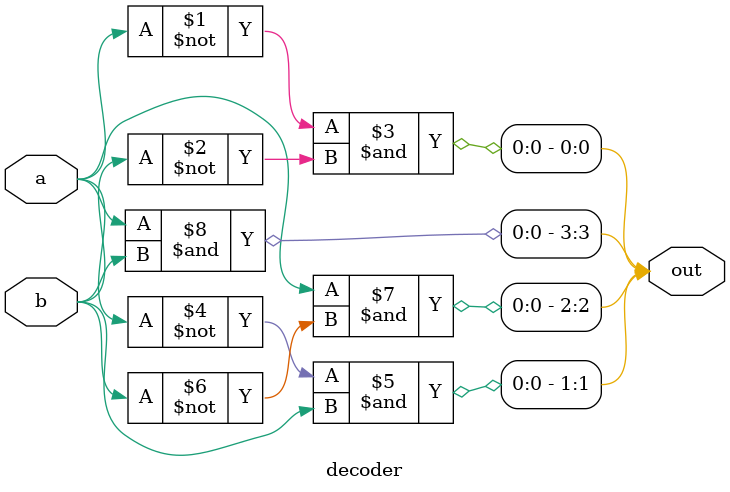
<source format=v>
module decoder( 
  input a,b,
  output [3:0] out
);
  assign out[0] = ~a&~b;
  assign out[1] = ~a&b;
  assign out[2] = a&~b;
  assign out[3] = a&b;
endmodule

</source>
